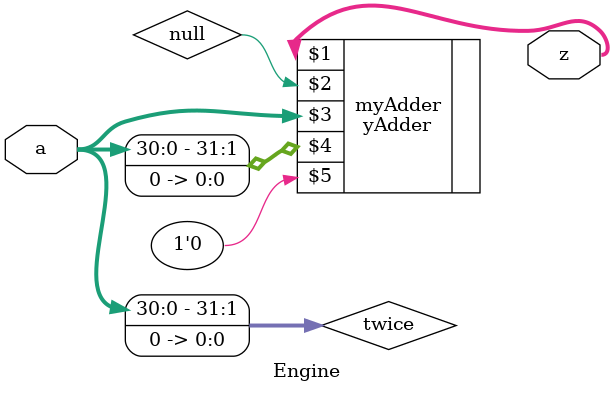
<source format=v>
module Engine(z, a);
output [31:0] z;
input [31:0] a;

wire signed[31:0]twice;
assign twice[31:1] =a[30:0];
assign twice[0] = 0;
yAdder myAdder(z,null,a,twice, 1'b0);
endmodule

</source>
